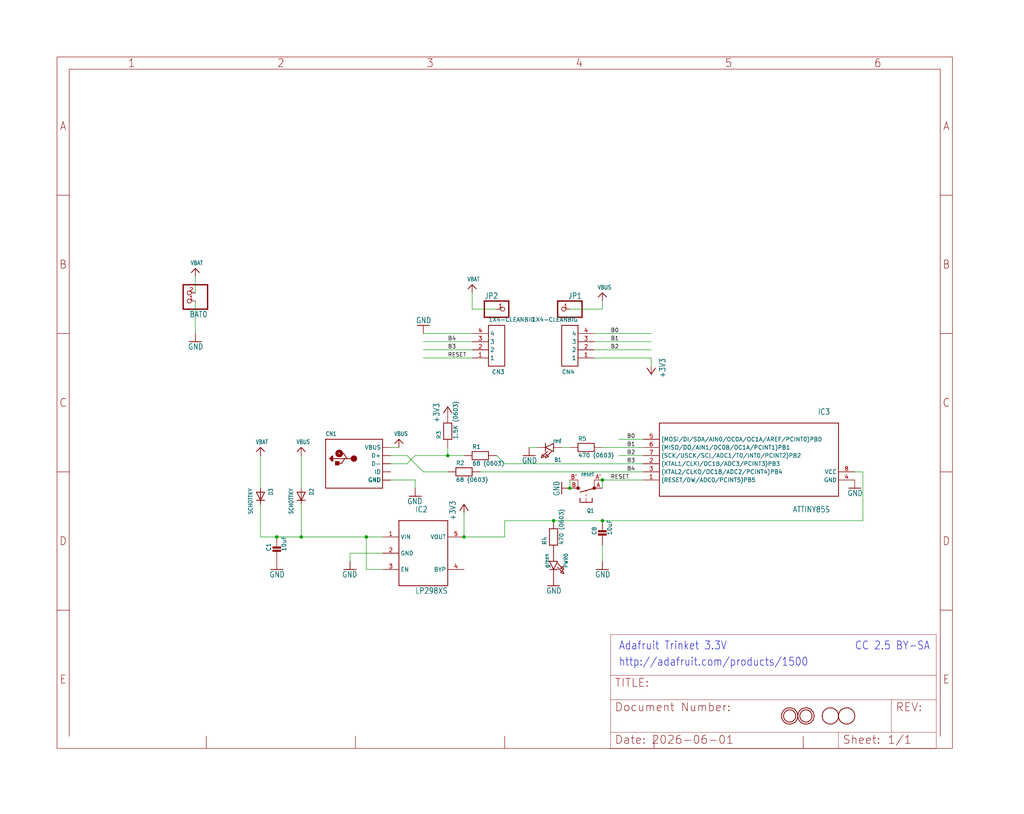
<source format=kicad_sch>
(kicad_sch (version 20230121) (generator eeschema)
  (paper "User" 319.507 254.127)
  (lib_symbols
    (symbol "working-eagle-import:+3V3" (power)
      (property "Value" "+3V3" (at -2.54 -5.08 90))
      (symbol "+3V3_1_0"
        (polyline (pts (xy 0 0) (xy -1.27 -1.905)) (stroke (width 0.254)))
        (polyline (pts (xy 1.27 -1.905) (xy 0 0)) (stroke (width 0.254)))
        (pin power_in line (at 0 -2.54 90) (length 2.54) (name "+3V3") (number "1"))
      )
    )
    (symbol "working-eagle-import:1X4-CLEANBIG"
      (property "Reference" "CN" (at 5.08 7.62 0))
      (symbol "1X4-CLEANBIG_1_0"
        (polyline (pts (xy 0 -7.62) (xy 0 5.08)) (stroke (width 0.254)))
        (polyline (pts (xy 0 5.08) (xy 5.08 5.08)) (stroke (width 0.254)))
        (polyline (pts (xy 5.08 -7.62) (xy 0 -7.62)) (stroke (width 0.254)))
        (polyline (pts (xy 5.08 5.08) (xy 5.08 -7.62)) (stroke (width 0.254)))
        (pin bidirectional line (at -5.08 2.54 0) (length 5.08) (name "1") (number "1"))
        (pin bidirectional line (at -5.08 0 0) (length 5.08) (name "2") (number "2"))
        (pin bidirectional line (at -5.08 -2.54 0) (length 5.08) (name "3") (number "3"))
        (pin bidirectional line (at -5.08 -5.08 0) (length 5.08) (name "4") (number "4"))
      )
    )
    (symbol "working-eagle-import:ATTINY85S"
      (property "Reference" "IC" (at -25.4 12.7 0))
      (symbol "ATTINY85S_1_0"
        (polyline (pts (xy -27.94 -12.7) (xy -27.94 10.16)) (stroke (width 0.254)))
        (polyline (pts (xy -27.94 10.16) (xy 27.94 10.16)) (stroke (width 0.254)))
        (polyline (pts (xy 27.94 -12.7) (xy -27.94 -12.7)) (stroke (width 0.254)))
        (polyline (pts (xy 27.94 10.16) (xy 27.94 -12.7)) (stroke (width 0.254)))
        (pin bidirectional line (at 33.02 -7.62 180) (length 5.08) (name "(RESET/DW/ADC0/PCINT5)PB5") (number "1"))
        (pin bidirectional line (at 33.02 -2.54 180) (length 5.08) (name "(XTAL1/CLKI/OC1B/ADC3/PCINT3)PB3") (number "2"))
        (pin bidirectional line (at 33.02 -5.08 180) (length 5.08) (name "(XTAL2/CLKO/OC1B/ADC2/PCINT4)PB4") (number "3"))
        (pin bidirectional line (at -33.02 -7.62 0) (length 5.08) (name "GND") (number "4"))
        (pin bidirectional line (at 33.02 5.08 180) (length 5.08) (name "(MOSI/DI/SDA/AIN0/OC0A/OC1A/AREF/PCINT0)PB0") (number "5"))
        (pin bidirectional line (at 33.02 2.54 180) (length 5.08) (name "(MISO/DO/AIN1/OC0B/OC1A/PCINT1)PB1") (number "6"))
        (pin bidirectional line (at 33.02 0 180) (length 5.08) (name "(SCK/USCK/SCL/ADC1/T0/INT0/PCINT2)PB2") (number "7"))
        (pin bidirectional line (at -33.02 -5.08 0) (length 5.08) (name "VCC") (number "8"))
      )
    )
    (symbol "working-eagle-import:CAP_CERAMIC0805-NOOUTLINE"
      (property "Reference" "C" (at -1.79 0.54 90))
      (symbol "CAP_CERAMIC0805-NOOUTLINE_1_0"
        (rectangle (start -1.27 0.508) (end 1.27 1.016) (fill (type outline)))
        (rectangle (start -1.27 1.524) (end 1.27 2.032) (fill (type outline)))
        (polyline (pts (xy 0 0.762) (xy 0 0)) (stroke (width 0.1524)))
        (polyline (pts (xy 0 2.54) (xy 0 1.778)) (stroke (width 0.1524)))
        (pin passive line (at 0 5.08 270) (length 2.54) (name "1") (number "1"))
        (pin passive line (at 0 -2.54 90) (length 2.54) (name "2") (number "2"))
      )
    )
    (symbol "working-eagle-import:CON_JST_PH_2PIN"
      (property "Reference" "X" (at -6.35 5.715 0))
      (symbol "CON_JST_PH_2PIN_1_0"
        (polyline (pts (xy -6.35 -2.54) (xy 1.27 -2.54)) (stroke (width 0.4064)))
        (polyline (pts (xy -6.35 5.08) (xy -6.35 -2.54)) (stroke (width 0.4064)))
        (polyline (pts (xy 1.27 -2.54) (xy 1.27 5.08)) (stroke (width 0.4064)))
        (polyline (pts (xy 1.27 5.08) (xy -6.35 5.08)) (stroke (width 0.4064)))
        (pin passive inverted (at -2.54 2.54 0) (length 2.54) (name "1") (number "1"))
        (pin passive inverted (at -2.54 0 0) (length 2.54) (name "2") (number "2"))
      )
    )
    (symbol "working-eagle-import:DIODE_SOD-123FL"
      (property "Reference" "D" (at -2.54 2.54 0))
      (symbol "DIODE_SOD-123FL_1_0"
        (polyline (pts (xy -1.27 -1.27) (xy 1.27 0)) (stroke (width 0.254)))
        (polyline (pts (xy -1.27 1.27) (xy -1.27 -1.27)) (stroke (width 0.254)))
        (polyline (pts (xy 1.27 0) (xy -1.27 1.27)) (stroke (width 0.254)))
        (polyline (pts (xy 1.27 0) (xy 1.27 -1.27)) (stroke (width 0.254)))
        (polyline (pts (xy 1.27 1.27) (xy 1.27 0)) (stroke (width 0.254)))
        (pin passive line (at -2.54 0 0) (length 2.54) (name "A") (number "A"))
        (pin passive line (at 2.54 0 180) (length 2.54) (name "C") (number "C"))
      )
    )
    (symbol "working-eagle-import:FIDUCIAL"
      (symbol "FIDUCIAL_1_0"
        (circle (center 0 0) (radius 2.54) (stroke (width 0.254)))
      )
    )
    (symbol "working-eagle-import:FRAME_A_L"
      (symbol "FRAME_A_L_1_0"
        (polyline (pts (xy 0 43.18) (xy 3.81 43.18)))
        (polyline (pts (xy 0 86.36) (xy 3.81 86.36)))
        (polyline (pts (xy 0 129.54) (xy 3.81 129.54)))
        (polyline (pts (xy 0 172.72) (xy 3.81 172.72)))
        (polyline (pts (xy 3.81 3.81) (xy 3.81 212.09)))
        (polyline (pts (xy 46.5667 0) (xy 46.5667 3.81)))
        (polyline (pts (xy 93.1333 0) (xy 93.1333 3.81)))
        (polyline (pts (xy 139.7 0) (xy 139.7 3.81)))
        (polyline (pts (xy 186.2667 0) (xy 186.2667 3.81)))
        (polyline (pts (xy 232.8333 0) (xy 232.8333 3.81)))
        (polyline (pts (xy 275.59 3.81) (xy 275.59 212.09)))
        (polyline (pts (xy 275.59 43.18) (xy 279.4 43.18)))
        (polyline (pts (xy 275.59 86.36) (xy 279.4 86.36)))
        (polyline (pts (xy 275.59 129.54) (xy 279.4 129.54)))
        (polyline (pts (xy 275.59 172.72) (xy 279.4 172.72)))
        (polyline (pts (xy 275.59 212.09) (xy 3.81 212.09)))
        (polyline (pts (xy 0 0) (xy 279.4 0) (xy 279.4 215.9) (xy 0 215.9) (xy 0 0)))
        (text "1" (at 23.2833 213.995 0) (effects (font (size 2.54 2.286))))
        (text "2" (at 69.85 213.995 0) (effects (font (size 2.54 2.286))))
        (text "3" (at 116.4167 213.995 0) (effects (font (size 2.54 2.286))))
        (text "4" (at 162.9833 213.995 0) (effects (font (size 2.54 2.286))))
        (text "5" (at 209.55 213.995 0) (effects (font (size 2.54 2.286))))
        (text "6" (at 256.1167 213.995 0) (effects (font (size 2.54 2.286))))
        (text "A" (at 1.905 194.31 0) (effects (font (size 2.54 2.286))))
        (text "A" (at 277.495 194.31 0) (effects (font (size 2.54 2.286))))
        (text "B" (at 1.905 151.13 0) (effects (font (size 2.54 2.286))))
        (text "B" (at 277.495 151.13 0) (effects (font (size 2.54 2.286))))
        (text "C" (at 1.905 107.95 0) (effects (font (size 2.54 2.286))))
        (text "C" (at 277.495 107.95 0) (effects (font (size 2.54 2.286))))
        (text "D" (at 1.905 64.77 0) (effects (font (size 2.54 2.286))))
        (text "D" (at 277.495 64.77 0) (effects (font (size 2.54 2.286))))
        (text "E" (at 1.905 21.59 0) (effects (font (size 2.54 2.286))))
        (text "E" (at 277.495 21.59 0) (effects (font (size 2.54 2.286))))
      )
      (symbol "FRAME_A_L_2_0"
        (polyline (pts (xy 0 0) (xy 0 5.08)) (stroke (width 0.1016)))
        (polyline (pts (xy 0 0) (xy 71.12 0)) (stroke (width 0.1016)))
        (polyline (pts (xy 0 5.08) (xy 0 15.24)) (stroke (width 0.1016)))
        (polyline (pts (xy 0 5.08) (xy 71.12 5.08)) (stroke (width 0.1016)))
        (polyline (pts (xy 0 15.24) (xy 0 22.86)) (stroke (width 0.1016)))
        (polyline (pts (xy 0 22.86) (xy 0 35.56)) (stroke (width 0.1016)))
        (polyline (pts (xy 0 22.86) (xy 101.6 22.86)) (stroke (width 0.1016)))
        (polyline (pts (xy 71.12 0) (xy 101.6 0)) (stroke (width 0.1016)))
        (polyline (pts (xy 71.12 5.08) (xy 71.12 0)) (stroke (width 0.1016)))
        (polyline (pts (xy 71.12 5.08) (xy 87.63 5.08)) (stroke (width 0.1016)))
        (polyline (pts (xy 87.63 5.08) (xy 101.6 5.08)) (stroke (width 0.1016)))
        (polyline (pts (xy 87.63 15.24) (xy 0 15.24)) (stroke (width 0.1016)))
        (polyline (pts (xy 87.63 15.24) (xy 87.63 5.08)) (stroke (width 0.1016)))
        (polyline (pts (xy 101.6 5.08) (xy 101.6 0)) (stroke (width 0.1016)))
        (polyline (pts (xy 101.6 15.24) (xy 87.63 15.24)) (stroke (width 0.1016)))
        (polyline (pts (xy 101.6 15.24) (xy 101.6 5.08)) (stroke (width 0.1016)))
        (polyline (pts (xy 101.6 22.86) (xy 101.6 15.24)) (stroke (width 0.1016)))
        (polyline (pts (xy 101.6 35.56) (xy 0 35.56)) (stroke (width 0.1016)))
        (polyline (pts (xy 101.6 35.56) (xy 101.6 22.86)) (stroke (width 0.1016)))
        (text "${#}/${##}" (at 86.36 1.27 0) (effects (font (size 2.54 2.54)) (justify left bottom)))
        (text "${CURRENT_DATE}" (at 12.7 1.27 0) (effects (font (size 2.54 2.54)) (justify left bottom)))
        (text "${PROJECTNAME}" (at 17.78 19.05 0) (effects (font (size 2.54 2.54)) (justify left bottom)))
        (text "Date:" (at 1.27 1.27 0) (effects (font (size 2.54 2.54)) (justify left bottom)))
        (text "Document Number:" (at 1.27 11.43 0) (effects (font (size 2.54 2.54)) (justify left bottom)))
        (text "REV:" (at 88.9 11.43 0) (effects (font (size 2.54 2.54)) (justify left bottom)))
        (text "Sheet:" (at 72.39 1.27 0) (effects (font (size 2.54 2.54)) (justify left bottom)))
        (text "TITLE:" (at 1.27 19.05 0) (effects (font (size 2.54 2.54)) (justify left bottom)))
      )
    )
    (symbol "working-eagle-import:GND" (power)
      (property "Value" "GND" (at -2.54 -2.54 0))
      (symbol "GND_1_0"
        (polyline (pts (xy -1.905 0) (xy 1.905 0)) (stroke (width 0.254)))
        (pin power_in line (at 0 2.54 270) (length 2.54) (name "GND") (number "1"))
      )
    )
    (symbol "working-eagle-import:LED0805_NOOUTLINE"
      (property "Reference" "LED" (at -5.08 3.175 0))
      (symbol "LED0805_NOOUTLINE_1_0"
        (polyline (pts (xy -2.54 -1.27) (xy 0 0)) (stroke (width 0.254)))
        (polyline (pts (xy -2.54 1.27) (xy -2.54 -1.27)) (stroke (width 0.254)))
        (polyline (pts (xy -1.905 1.27) (xy -0.635 2.54)) (stroke (width 0.254)))
        (polyline (pts (xy -0.9525 2.8575) (xy -0.3175 2.2225)) (stroke (width 0.254)))
        (polyline (pts (xy -0.635 1.27) (xy 0.635 2.54)) (stroke (width 0.254)))
        (polyline (pts (xy -0.3175 2.2225) (xy 0 3.175)) (stroke (width 0.254)))
        (polyline (pts (xy 0 0) (xy -2.54 1.27)) (stroke (width 0.254)))
        (polyline (pts (xy 0 0) (xy 0 -1.27)) (stroke (width 0.254)))
        (polyline (pts (xy 0 1.27) (xy 0 0)) (stroke (width 0.254)))
        (polyline (pts (xy 0 3.175) (xy -0.9525 2.8575)) (stroke (width 0.254)))
        (polyline (pts (xy 0.3175 2.8575) (xy 0.9525 2.2225)) (stroke (width 0.254)))
        (polyline (pts (xy 0.9525 2.2225) (xy 1.27 3.175)) (stroke (width 0.254)))
        (polyline (pts (xy 1.27 3.175) (xy 0.3175 2.8575)) (stroke (width 0.254)))
        (pin passive line (at -5.08 0 0) (length 2.54) (name "A") (number "A"))
        (pin passive line (at 2.54 0 180) (length 2.54) (name "C") (number "C"))
      )
    )
    (symbol "working-eagle-import:LP298XS"
      (property "Reference" "IC" (at -12.7 -5.08 90))
      (symbol "LP298XS_1_0"
        (polyline (pts (xy -10.16 -10.16) (xy 10.16 -10.16)) (stroke (width 0.254)))
        (polyline (pts (xy -10.16 5.08) (xy -10.16 -10.16)) (stroke (width 0.254)))
        (polyline (pts (xy 10.16 -10.16) (xy 10.16 5.08)) (stroke (width 0.254)))
        (polyline (pts (xy 10.16 5.08) (xy -10.16 5.08)) (stroke (width 0.254)))
        (pin bidirectional line (at -5.08 -15.24 90) (length 5.08) (name "VIN") (number "1"))
        (pin bidirectional line (at 0 -15.24 90) (length 5.08) (name "GND") (number "2"))
        (pin bidirectional line (at 5.08 -15.24 90) (length 5.08) (name "EN") (number "3"))
        (pin bidirectional line (at 5.08 10.16 270) (length 5.08) (name "BYP") (number "4"))
        (pin bidirectional line (at -5.08 10.16 270) (length 5.08) (name "VOUT") (number "5"))
      )
    )
    (symbol "working-eagle-import:MOUNTINGHOLE2.0"
      (symbol "MOUNTINGHOLE2.0_1_0"
        (circle (center 0 0) (radius 1.905) (stroke (width 0.254)))
        (circle (center 0 0) (radius 2.54) (stroke (width 0.254)))
      )
    )
    (symbol "working-eagle-import:PINHD-1X1CB"
      (property "Reference" "JP" (at -6.35 3.175 0))
      (symbol "PINHD-1X1CB_1_0"
        (polyline (pts (xy -6.35 -2.54) (xy 1.27 -2.54)) (stroke (width 0.4064)))
        (polyline (pts (xy -6.35 2.54) (xy -6.35 -2.54)) (stroke (width 0.4064)))
        (polyline (pts (xy 1.27 -2.54) (xy 1.27 2.54)) (stroke (width 0.4064)))
        (polyline (pts (xy 1.27 2.54) (xy -6.35 2.54)) (stroke (width 0.4064)))
        (pin passive inverted (at -2.54 0 0) (length 2.54) (name "1") (number "1"))
      )
    )
    (symbol "working-eagle-import:RESISTOR_0603_NOOUT"
      (property "Reference" "R" (at -2.54 2.032 0))
      (symbol "RESISTOR_0603_NOOUT_1_0"
        (polyline (pts (xy -2.54 -1.27) (xy -2.54 1.27)) (stroke (width 0.254)))
        (polyline (pts (xy -2.54 1.27) (xy 2.54 1.27)) (stroke (width 0.254)))
        (polyline (pts (xy 2.54 -1.27) (xy -2.54 -1.27)) (stroke (width 0.254)))
        (polyline (pts (xy 2.54 1.27) (xy 2.54 -1.27)) (stroke (width 0.254)))
        (pin passive line (at -5.08 0 0) (length 2.54) (name "1") (number "1"))
        (pin passive line (at 5.08 0 180) (length 2.54) (name "2") (number "2"))
      )
    )
    (symbol "working-eagle-import:SWITCH_TACT_SMT4.6X2.8"
      (property "Reference" "SW" (at -2.54 6.35 0))
      (symbol "SWITCH_TACT_SMT4.6X2.8_1_0"
        (circle (center -2.54 0) (radius 0.127) (stroke (width 0.4064)))
        (polyline (pts (xy -2.54 -2.54) (xy -2.54 0)) (stroke (width 0.1524)))
        (polyline (pts (xy -2.54 0) (xy 1.905 1.27)) (stroke (width 0.254)))
        (polyline (pts (xy -1.905 4.445) (xy -1.905 3.175)) (stroke (width 0.254)))
        (polyline (pts (xy 0 1.27) (xy 0 0.635)) (stroke (width 0.1524)))
        (polyline (pts (xy 0 2.54) (xy 0 1.905)) (stroke (width 0.1524)))
        (polyline (pts (xy 0 4.445) (xy -1.905 4.445)) (stroke (width 0.254)))
        (polyline (pts (xy 0 4.445) (xy 0 3.175)) (stroke (width 0.1524)))
        (polyline (pts (xy 1.905 0) (xy 2.54 0)) (stroke (width 0.254)))
        (polyline (pts (xy 1.905 4.445) (xy 0 4.445)) (stroke (width 0.254)))
        (polyline (pts (xy 1.905 4.445) (xy 1.905 3.175)) (stroke (width 0.254)))
        (polyline (pts (xy 2.54 -2.54) (xy 2.54 0)) (stroke (width 0.1524)))
        (circle (center 2.54 0) (radius 0.127) (stroke (width 0.4064)))
        (pin passive line (at -5.08 0 0) (length 2.54) (name "P") (number "A"))
        (pin passive line (at -5.08 -2.54 0) (length 2.54) (name "P1") (number "A'"))
        (pin passive line (at 5.08 0 180) (length 2.54) (name "S") (number "B"))
        (pin passive line (at 5.08 -2.54 180) (length 2.54) (name "S1") (number "B'"))
      )
    )
    (symbol "working-eagle-import:USBMINIB"
      (property "Reference" "X" (at -10.16 8.636 0))
      (symbol "USBMINIB_1_0"
        (rectangle (start -7.12 -0.45) (end -5.92 0.75) (fill (type outline)))
        (circle (center -5.92 3.2) (radius 0.2) (stroke (width 1)))
        (circle (center -1.32 1.6) (radius 0.5) (stroke (width 1)))
        (polyline (pts (xy -10.2 7.62) (xy -10.16 7.62)) (stroke (width 0.254)))
        (polyline (pts (xy -10.16 -7.62) (xy 7.62 -7.62)) (stroke (width 0.254)))
        (polyline (pts (xy -10.16 7.62) (xy -10.16 -7.62)) (stroke (width 0.254)))
        (polyline (pts (xy -10.16 7.62) (xy 7.62 7.62)) (stroke (width 0.254)))
        (polyline (pts (xy -8.92 1.6) (xy -8.12 2.4)) (stroke (width 0.254)))
        (polyline (pts (xy -8.52 1.4) (xy -8.32 1.2)) (stroke (width 0.254)))
        (polyline (pts (xy -8.52 1.6) (xy -8.52 1.4)) (stroke (width 0.254)))
        (polyline (pts (xy -8.32 1.2) (xy -8.32 2)) (stroke (width 0.254)))
        (polyline (pts (xy -8.32 2) (xy -8.72 1.6)) (stroke (width 0.254)))
        (polyline (pts (xy -8.12 0.8) (xy -8.92 1.6)) (stroke (width 0.254)))
        (polyline (pts (xy -8.12 1) (xy -8.12 2.4)) (stroke (width 0.254)))
        (polyline (pts (xy -8.12 2.4) (xy -7.92 2.4)) (stroke (width 0.254)))
        (polyline (pts (xy -7.92 0.8) (xy -8.12 0.8)) (stroke (width 0.254)))
        (polyline (pts (xy -7.92 1.6) (xy -7.92 0.8)) (stroke (width 0.254)))
        (polyline (pts (xy -7.92 2.4) (xy -7.92 1.6)) (stroke (width 0.254)))
        (polyline (pts (xy -6.27 0.15) (xy -5.07 0.15)) (stroke (width 0.254)))
        (polyline (pts (xy -5.52 3.2) (xy -4.52 3.2)) (stroke (width 0.254)))
        (polyline (pts (xy -5.07 0.15) (xy -4.22 1.6)) (stroke (width 0.254)))
        (polyline (pts (xy -4.52 3.2) (xy -3.47 1.6)) (stroke (width 0.254)))
        (polyline (pts (xy -4.22 1.6) (xy -7.92 1.6)) (stroke (width 0.254)))
        (polyline (pts (xy -3.47 1.6) (xy -4.22 1.6)) (stroke (width 0.254)))
        (polyline (pts (xy -1.32 1.6) (xy -3.47 1.6)) (stroke (width 0.254)))
        (polyline (pts (xy 7.62 7.62) (xy 7.62 -7.62)) (stroke (width 0.254)))
        (pin bidirectional line (at 10.16 2.54 180) (length 2.54) (name "D+") (number "D+"))
        (pin bidirectional line (at 10.16 0 180) (length 2.54) (name "D-") (number "D-"))
        (pin power_in line (at 10.16 -5.08 180) (length 2.54) (name "GND") (number "GND"))
        (pin power_in line (at 10.16 -5.08 180) (length 2.54) (name "GND") (number "GND1"))
        (pin power_in line (at 10.16 -5.08 180) (length 2.54) (name "GND") (number "GND2"))
        (pin power_in line (at 10.16 -5.08 180) (length 2.54) (name "GND") (number "GND3"))
        (pin power_in line (at 10.16 -5.08 180) (length 2.54) (name "GND") (number "GND4"))
        (pin bidirectional line (at 10.16 -2.54 180) (length 2.54) (name "ID") (number "ID"))
        (pin power_in line (at 10.16 5.08 180) (length 2.54) (name "VBUS") (number "VBUS"))
      )
    )
    (symbol "working-eagle-import:VBAT" (power)
      (property "Value" "VBAT" (at -1.524 1.016 0))
      (symbol "VBAT_1_0"
        (polyline (pts (xy -1.27 -1.27) (xy 0 0)) (stroke (width 0.254)))
        (polyline (pts (xy 0 0) (xy 1.27 -1.27)) (stroke (width 0.254)))
        (pin power_in line (at 0 -2.54 90) (length 2.54) (name "VBAT") (number "1"))
      )
    )
    (symbol "working-eagle-import:VBUS" (power)
      (property "Value" "VBUS" (at -1.524 1.016 0))
      (symbol "VBUS_1_0"
        (polyline (pts (xy -1.27 -1.27) (xy 0 0)) (stroke (width 0.254)))
        (polyline (pts (xy 0 0) (xy 1.27 -1.27)) (stroke (width 0.254)))
        (pin power_in line (at 0 -2.54 90) (length 2.54) (name "VBUS") (number "1"))
      )
    )
  )
  (junction (at 177.8 152.4))
  (junction (at 144.78 167.64))
  (junction (at 187.96 162.56))
  (junction (at 172.72 162.56))
  (junction (at 114.3 167.64))
  (junction (at 139.7 142.24))
  (junction (at 86.36 167.64))
  (junction (at 93.98 167.64))
  (junction (at 187.96 149.86))
  (wire (pts (xy 203.2 111.76) (xy 185.42 111.76)) (stroke (width 0.1524)))
  (wire (pts (xy 269.24 162.56) (xy 269.24 147.32)) (stroke (width 0.1524)))
  (wire (pts (xy 114.3 167.64) (xy 119.38 167.64)) (stroke (width 0.1524)))
  (wire (pts (xy 193.04 137.16) (xy 200.66 137.16)) (stroke (width 0.1524)))
  (wire (pts (xy 172.72 162.56) (xy 187.96 162.56)) (stroke (width 0.1524)))
  (wire (pts (xy 157.48 144.78) (xy 200.66 144.78)) (stroke (width 0.1524)))
  (wire (pts (xy 121.92 149.86) (xy 129.54 149.86)) (stroke (width 0.1524)))
  (wire (pts (xy 109.22 172.72) (xy 109.22 175.26)) (stroke (width 0.1524)))
  (wire (pts (xy 185.42 104.14) (xy 203.2 104.14)) (stroke (width 0.1524)))
  (wire (pts (xy 121.92 144.78) (xy 127 144.78)) (stroke (width 0.1524)))
  (wire (pts (xy 177.8 139.7) (xy 175.26 139.7)) (stroke (width 0.1524)))
  (wire (pts (xy 129.54 149.86) (xy 129.54 152.4)) (stroke (width 0.1524)))
  (wire (pts (xy 119.38 172.72) (xy 109.22 172.72)) (stroke (width 0.1524)))
  (wire (pts (xy 114.3 177.8) (xy 114.3 167.64)) (stroke (width 0.1524)))
  (wire (pts (xy 127 142.24) (xy 132.08 147.32)) (stroke (width 0.1524)))
  (wire (pts (xy 269.24 147.32) (xy 266.7 147.32)) (stroke (width 0.1524)))
  (wire (pts (xy 147.32 104.14) (xy 132.08 104.14)) (stroke (width 0.1524)))
  (wire (pts (xy 93.98 152.4) (xy 93.98 142.24)) (stroke (width 0.1524)))
  (wire (pts (xy 144.78 160.02) (xy 144.78 167.64)) (stroke (width 0.1524)))
  (wire (pts (xy 139.7 139.7) (xy 139.7 142.24)) (stroke (width 0.1524)))
  (wire (pts (xy 149.86 147.32) (xy 200.66 147.32)) (stroke (width 0.1524)))
  (wire (pts (xy 157.48 162.56) (xy 172.72 162.56)) (stroke (width 0.1524)))
  (wire (pts (xy 157.48 167.64) (xy 157.48 162.56)) (stroke (width 0.1524)))
  (wire (pts (xy 139.7 142.24) (xy 144.78 142.24)) (stroke (width 0.1524)))
  (wire (pts (xy 154.94 96.52) (xy 147.32 96.52)) (stroke (width 0.1524)))
  (wire (pts (xy 200.66 139.7) (xy 187.96 139.7)) (stroke (width 0.1524)))
  (wire (pts (xy 81.28 167.64) (xy 81.28 157.48)) (stroke (width 0.1524)))
  (wire (pts (xy 60.96 104.14) (xy 60.96 93.98)) (stroke (width 0.1524)))
  (wire (pts (xy 144.78 167.64) (xy 157.48 167.64)) (stroke (width 0.1524)))
  (wire (pts (xy 187.96 149.86) (xy 187.96 152.4)) (stroke (width 0.1524)))
  (wire (pts (xy 177.8 149.86) (xy 177.8 152.4)) (stroke (width 0.1524)))
  (wire (pts (xy 60.96 91.44) (xy 60.96 86.36)) (stroke (width 0.1524)))
  (wire (pts (xy 187.96 162.56) (xy 269.24 162.56)) (stroke (width 0.1524)))
  (wire (pts (xy 132.08 147.32) (xy 139.7 147.32)) (stroke (width 0.1524)))
  (wire (pts (xy 187.96 93.98) (xy 187.96 96.52)) (stroke (width 0.1524)))
  (wire (pts (xy 165.1 139.7) (xy 167.64 139.7)) (stroke (width 0.1524)))
  (wire (pts (xy 119.38 177.8) (xy 114.3 177.8)) (stroke (width 0.1524)))
  (wire (pts (xy 127 144.78) (xy 129.54 142.24)) (stroke (width 0.1524)))
  (wire (pts (xy 147.32 109.22) (xy 132.08 109.22)) (stroke (width 0.1524)))
  (wire (pts (xy 187.96 175.26) (xy 187.96 170.18)) (stroke (width 0.1524)))
  (wire (pts (xy 93.98 167.64) (xy 114.3 167.64)) (stroke (width 0.1524)))
  (wire (pts (xy 193.04 142.24) (xy 200.66 142.24)) (stroke (width 0.1524)))
  (wire (pts (xy 86.36 167.64) (xy 81.28 167.64)) (stroke (width 0.1524)))
  (wire (pts (xy 93.98 167.64) (xy 86.36 167.64)) (stroke (width 0.1524)))
  (wire (pts (xy 147.32 111.76) (xy 132.08 111.76)) (stroke (width 0.1524)))
  (wire (pts (xy 147.32 96.52) (xy 147.32 91.44)) (stroke (width 0.1524)))
  (wire (pts (xy 81.28 142.24) (xy 81.28 152.4)) (stroke (width 0.1524)))
  (wire (pts (xy 203.2 106.68) (xy 185.42 106.68)) (stroke (width 0.1524)))
  (wire (pts (xy 203.2 109.22) (xy 185.42 109.22)) (stroke (width 0.1524)))
  (wire (pts (xy 187.96 96.52) (xy 177.8 96.52)) (stroke (width 0.1524)))
  (wire (pts (xy 129.54 142.24) (xy 139.7 142.24)) (stroke (width 0.1524)))
  (wire (pts (xy 187.96 149.86) (xy 200.66 149.86)) (stroke (width 0.1524)))
  (wire (pts (xy 93.98 157.48) (xy 93.98 167.64)) (stroke (width 0.1524)))
  (wire (pts (xy 203.2 114.3) (xy 203.2 111.76)) (stroke (width 0.1524)))
  (wire (pts (xy 147.32 106.68) (xy 132.08 106.68)) (stroke (width 0.1524)))
  (wire (pts (xy 124.46 139.7) (xy 121.92 139.7)) (stroke (width 0.1524)))
  (wire (pts (xy 154.94 142.24) (xy 157.48 144.78)) (stroke (width 0.1524)))
  (wire (pts (xy 121.92 142.24) (xy 127 142.24)) (stroke (width 0.1524)))
  (text "http://adafruit.com/products/1500" (at 193.04 208.28 0) (effects (font (size 2.54 2.159)) (justify left bottom)))
  (text "CC 2.5 BY-SA" (at 266.7 203.2 0) (effects (font (size 2.54 2.159)) (justify left bottom)))
  (text "Adafruit Trinket 3.3V" (at 193.04 203.2 0) (effects (font (size 2.54 2.159)) (justify left bottom)))
  (label "B1" (at 190.5 106.68 0) (effects (font (size 1.2446 1.2446))))
  (label "B2" (at 190.5 109.22 0) (effects (font (size 1.2446 1.2446))))
  (label "B2" (at 195.58 142.24 0) (effects (font (size 1.2446 1.2446))))
  (label "B3" (at 139.7 109.22 0) (effects (font (size 1.2446 1.2446))))
  (label "B0" (at 190.5 104.14 0) (effects (font (size 1.2446 1.2446))))
  (label "B1" (at 195.58 139.7 0) (effects (font (size 1.2446 1.2446))))
  (label "B3" (at 195.58 144.78 0) (effects (font (size 1.2446 1.2446))))
  (label "B4" (at 195.58 147.32 0) (effects (font (size 1.2446 1.2446))))
  (label "RESET" (at 190.5 149.86 0) (effects (font (size 1.2446 1.2446))))
  (label "B0" (at 195.58 137.16 0) (effects (font (size 1.2446 1.2446))))
  (label "B4" (at 139.7 106.68 0) (effects (font (size 1.2446 1.2446))))
  (label "RESET" (at 139.7 111.76 0) (effects (font (size 1.2446 1.2446))))
  (symbol (lib_id "working-eagle-import:RESISTOR_0603_NOOUT") (at 172.72 167.64 90) (unit 1)
    (property "Reference" "R4" (at 170.688 170.18 0) (effects (justify left bottom)))
    (property "Value" "470 (0603)" (at 175.895 170.18 0) (effects (justify left bottom)))
    (property "Footprint" "working:0603-NO" (effects hide))
  )
  (symbol (lib_id "working-eagle-import:LED0805_NOOUTLINE") (at 172.72 177.8 270) (unit 1)
    (property "Reference" "PWR0" (at 175.895 172.72 0) (effects (font (size 1.27 1.0795)) (justify left bottom)))
    (property "Value" "green" (at 169.926 172.72 0) (effects (font (size 1.27 1.0795)) (justify left bottom)))
    (property "Footprint" "working:CHIPLED_0805_NOOUTLINE" (effects hide))
  )
  (symbol (lib_id "working-eagle-import:1X4-CLEANBIG") (at 180.34 109.22 180) (unit 1)
    (property "Reference" "CN4" (at 175.26 116.84 0) (effects (justify right top)))
    (property "Value" "1X4-CLEANBIG" (at 180.34 99.06 0) (effects (justify left bottom)))
    (property "Footprint" "working:1X04-CLEANBIG" (effects hide))
  )
  (symbol (lib_id "working-eagle-import:CON_JST_PH_2PIN") (at 58.42 91.44 180) (unit 1)
    (property "Reference" "BAT0" (at 64.77 97.155 0) (effects (font (size 1.778 1.5113)) (justify left bottom)))
    (property "Value" "CON_JST_PH_2PIN" (effects hide))
    (property "Footprint" "working:JSTPH2" (effects hide))
  )
  (symbol (lib_id "working-eagle-import:1X4-CLEANBIG") (at 152.4 109.22 0) (mirror x) (unit 1)
    (property "Reference" "CN3" (at 157.48 116.84 0) (effects (justify right top)))
    (property "Value" "1X4-CLEANBIG" (at 152.4 99.06 0) (effects (justify left bottom)))
    (property "Footprint" "working:1X04-CLEANBIG" (effects hide))
  )
  (symbol (lib_id "working-eagle-import:LP298XS") (at 134.62 172.72 270) (unit 1)
    (property "Reference" "IC2" (at 129.54 160.02 90) (effects (font (size 1.778 1.5113)) (justify left bottom)))
    (property "Value" "LP298XS" (at 129.54 185.42 90) (effects (font (size 1.778 1.5113)) (justify left bottom)))
    (property "Footprint" "working:SOT23-5L" (effects hide))
  )
  (symbol (lib_id "working-eagle-import:GND") (at 86.36 177.8 0) (mirror y) (unit 1)
    (property "Reference" "#GND3" (effects hide))
    (property "Value" "GND" (at 88.9 180.34 0) (effects (font (size 1.778 1.5113)) (justify left bottom)))
  )
  (symbol (lib_id "working-eagle-import:RESISTOR_0603_NOOUT") (at 149.86 142.24 0) (unit 1)
    (property "Reference" "R1" (at 147.32 140.208 0) (effects (justify left bottom)))
    (property "Value" "68 (0603)" (at 147.32 145.415 0) (effects (justify left bottom)))
    (property "Footprint" "working:0603-NO" (effects hide))
  )
  (symbol (lib_id "working-eagle-import:SWITCH_TACT_SMT4.6X2.8") (at 182.88 152.4 180) (unit 1)
    (property "Reference" "Q1" (at 185.42 158.75 0) (effects (font (size 1.27 1.0795)) (justify left bottom)))
    (property "Value" "reset" (at 185.42 147.32 0) (effects (font (size 1.27 1.0795)) (justify left bottom)))
    (property "Footprint" "working:BTN_KMR2_4.6X2.8" (effects hide))
  )
  (symbol (lib_id "working-eagle-import:VBUS") (at 124.46 137.16 0) (unit 1)
    (property "Reference" "#U$2" (effects hide))
    (property "Value" "VBUS" (at 122.936 136.144 0) (effects (font (size 1.27 1.0795)) (justify left bottom)))
  )
  (symbol (lib_id "working-eagle-import:USBMINIB") (at 111.76 144.78 0) (unit 1)
    (property "Reference" "CN1" (at 101.6 136.144 0) (effects (font (size 1.27 1.0795)) (justify left bottom)))
    (property "Value" "USBMINIB" (effects hide))
    (property "Footprint" "working:USB-MINIB" (effects hide))
  )
  (symbol (lib_id "working-eagle-import:GND") (at 129.54 154.94 0) (unit 1)
    (property "Reference" "#GND1" (effects hide))
    (property "Value" "GND" (at 127 157.48 0) (effects (font (size 1.778 1.5113)) (justify left bottom)))
  )
  (symbol (lib_id "working-eagle-import:VBAT") (at 147.32 88.9 0) (unit 1)
    (property "Reference" "#U$10" (effects hide))
    (property "Value" "VBAT" (at 145.796 87.884 0) (effects (font (size 1.27 1.0795)) (justify left bottom)))
  )
  (symbol (lib_id "working-eagle-import:GND") (at 60.96 106.68 0) (mirror y) (unit 1)
    (property "Reference" "#GND16" (effects hide))
    (property "Value" "GND" (at 63.5 109.22 0) (effects (font (size 1.778 1.5113)) (justify left bottom)))
  )
  (symbol (lib_id "working-eagle-import:FIDUCIAL") (at 259.08 223.52 0) (unit 1)
    (property "Reference" "U$6" (effects hide))
    (property "Value" "FIDUCIAL" (effects hide))
    (property "Footprint" "working:FIDUCIAL_1MM" (effects hide))
  )
  (symbol (lib_id "working-eagle-import:GND") (at 172.72 182.88 0) (mirror y) (unit 1)
    (property "Reference" "#GND6" (effects hide))
    (property "Value" "GND" (at 175.26 185.42 0) (effects (font (size 1.778 1.5113)) (justify left bottom)))
  )
  (symbol (lib_id "working-eagle-import:LED0805_NOOUTLINE") (at 170.18 139.7 180) (unit 1)
    (property "Reference" "B1" (at 175.26 142.875 0) (effects (font (size 1.27 1.0795)) (justify left bottom)))
    (property "Value" "red" (at 175.26 136.906 0) (effects (font (size 1.27 1.0795)) (justify left bottom)))
    (property "Footprint" "working:CHIPLED_0805_NOOUTLINE" (effects hide))
  )
  (symbol (lib_id "working-eagle-import:VBUS") (at 187.96 91.44 0) (unit 1)
    (property "Reference" "#U$11" (effects hide))
    (property "Value" "VBUS" (at 186.436 90.424 0) (effects (font (size 1.27 1.0795)) (justify left bottom)))
  )
  (symbol (lib_id "working-eagle-import:MOUNTINGHOLE2.0") (at 246.38 223.52 0) (unit 1)
    (property "Reference" "U$9" (effects hide))
    (property "Value" "MOUNTINGHOLE2.0" (effects hide))
    (property "Footprint" "working:MOUNTINGHOLE_2.0_PLATED" (effects hide))
  )
  (symbol (lib_id "working-eagle-import:PINHD-1X1CB") (at 175.26 96.52 0) (mirror y) (unit 1)
    (property "Reference" "JP1" (at 181.61 93.345 0) (effects (font (size 1.778 1.5113)) (justify left bottom)))
    (property "Value" "PINHD-1X1CB" (effects hide))
    (property "Footprint" "working:1X01-CLEANBIG" (effects hide))
  )
  (symbol (lib_id "working-eagle-import:DIODE_SOD-123FL") (at 93.98 154.94 270) (unit 1)
    (property "Reference" "D2" (at 96.52 152.4 0) (effects (font (size 1.27 1.0795)) (justify left bottom)))
    (property "Value" "SCHOTTKY" (at 90.17 152.4 0) (effects (font (size 1.27 1.0795)) (justify left bottom)))
    (property "Footprint" "working:SOD-123FL" (effects hide))
  )
  (symbol (lib_id "working-eagle-import:MOUNTINGHOLE2.0") (at 251.46 223.52 0) (unit 1)
    (property "Reference" "U$8" (effects hide))
    (property "Value" "MOUNTINGHOLE2.0" (effects hide))
    (property "Footprint" "working:MOUNTINGHOLE_2.0_PLATED" (effects hide))
  )
  (symbol (lib_id "working-eagle-import:+3V3") (at 139.7 127 0) (unit 1)
    (property "Reference" "#+3V1" (effects hide))
    (property "Value" "+3V3" (at 137.16 132.08 90) (effects (font (size 1.778 1.5113)) (justify left bottom)))
  )
  (symbol (lib_id "working-eagle-import:GND") (at 175.26 152.4 270) (mirror x) (unit 1)
    (property "Reference" "#GND5" (effects hide))
    (property "Value" "GND" (at 172.72 154.94 0) (effects (font (size 1.778 1.5113)) (justify left bottom)))
  )
  (symbol (lib_id "working-eagle-import:FIDUCIAL") (at 264.16 223.52 0) (unit 1)
    (property "Reference" "U$1" (effects hide))
    (property "Value" "FIDUCIAL" (effects hide))
    (property "Footprint" "working:FIDUCIAL_1MM" (effects hide))
  )
  (symbol (lib_id "working-eagle-import:CAP_CERAMIC0805-NOOUTLINE") (at 187.96 167.64 0) (unit 1)
    (property "Reference" "C8" (at 186.17 167.1 90) (effects (justify left bottom)))
    (property "Value" "10uF" (at 190.96 167.1 90) (effects (justify left bottom)))
    (property "Footprint" "working:0805-NO" (effects hide))
  )
  (symbol (lib_id "working-eagle-import:CAP_CERAMIC0805-NOOUTLINE") (at 86.36 172.72 0) (unit 1)
    (property "Reference" "C1" (at 84.57 172.18 90) (effects (justify left bottom)))
    (property "Value" "10uF" (at 89.36 172.18 90) (effects (justify left bottom)))
    (property "Footprint" "working:0805-NO" (effects hide))
  )
  (symbol (lib_id "working-eagle-import:ATTINY85S") (at 233.68 142.24 0) (mirror y) (unit 1)
    (property "Reference" "IC3" (at 259.08 129.54 0) (effects (font (size 1.778 1.5113)) (justify left bottom)))
    (property "Value" "ATTINY85S" (at 259.08 160.02 0) (effects (font (size 1.778 1.5113)) (justify left bottom)))
    (property "Footprint" "working:SOIC8" (effects hide))
  )
  (symbol (lib_id "working-eagle-import:GND") (at 187.96 177.8 0) (mirror y) (unit 1)
    (property "Reference" "#GND12" (effects hide))
    (property "Value" "GND" (at 190.5 180.34 0) (effects (font (size 1.778 1.5113)) (justify left bottom)))
  )
  (symbol (lib_id "working-eagle-import:RESISTOR_0603_NOOUT") (at 182.88 139.7 0) (unit 1)
    (property "Reference" "R5" (at 180.34 137.668 0) (effects (justify left bottom)))
    (property "Value" "470 (0603)" (at 180.34 142.875 0) (effects (justify left bottom)))
    (property "Footprint" "working:0603-NO" (effects hide))
  )
  (symbol (lib_id "working-eagle-import:GND") (at 132.08 101.6 180) (unit 1)
    (property "Reference" "#GND2" (effects hide))
    (property "Value" "GND" (at 134.62 99.06 0) (effects (font (size 1.778 1.5113)) (justify left bottom)))
  )
  (symbol (lib_id "working-eagle-import:RESISTOR_0603_NOOUT") (at 144.78 147.32 0) (unit 1)
    (property "Reference" "R2" (at 142.24 145.288 0) (effects (justify left bottom)))
    (property "Value" "68 (0603)" (at 142.24 150.495 0) (effects (justify left bottom)))
    (property "Footprint" "working:0603-NO" (effects hide))
  )
  (symbol (lib_id "working-eagle-import:+3V3") (at 144.78 157.48 0) (unit 1)
    (property "Reference" "#+3V3" (effects hide))
    (property "Value" "+3V3" (at 142.24 162.56 90) (effects (font (size 1.778 1.5113)) (justify left bottom)))
  )
  (symbol (lib_id "working-eagle-import:PINHD-1X1CB") (at 157.48 96.52 0) (unit 1)
    (property "Reference" "JP2" (at 151.13 93.345 0) (effects (font (size 1.778 1.5113)) (justify left bottom)))
    (property "Value" "PINHD-1X1CB" (effects hide))
    (property "Footprint" "working:1X01-CLEANBIG" (effects hide))
  )
  (symbol (lib_id "working-eagle-import:FRAME_A_L") (at 17.78 233.68 0) (unit 1)
    (property "Reference" "#FRAME1" (effects hide))
    (property "Value" "FRAME_A_L" (effects hide))
  )
  (symbol (lib_id "working-eagle-import:GND") (at 266.7 152.4 0) (mirror y) (unit 1)
    (property "Reference" "#GND22" (effects hide))
    (property "Value" "GND" (at 269.24 154.94 0) (effects (font (size 1.778 1.5113)) (justify left bottom)))
  )
  (symbol (lib_id "working-eagle-import:VBUS") (at 93.98 139.7 0) (unit 1)
    (property "Reference" "#U$3" (effects hide))
    (property "Value" "VBUS" (at 92.456 138.684 0) (effects (font (size 1.27 1.0795)) (justify left bottom)))
  )
  (symbol (lib_id "working-eagle-import:GND") (at 165.1 142.24 0) (mirror y) (unit 1)
    (property "Reference" "#GND4" (effects hide))
    (property "Value" "GND" (at 167.64 144.78 0) (effects (font (size 1.778 1.5113)) (justify left bottom)))
  )
  (symbol (lib_id "working-eagle-import:VBAT") (at 81.28 139.7 0) (unit 1)
    (property "Reference" "#U$4" (effects hide))
    (property "Value" "VBAT" (at 79.756 138.684 0) (effects (font (size 1.27 1.0795)) (justify left bottom)))
  )
  (symbol (lib_id "working-eagle-import:GND") (at 109.22 177.8 0) (unit 1)
    (property "Reference" "#GND11" (effects hide))
    (property "Value" "GND" (at 106.68 180.34 0) (effects (font (size 1.778 1.5113)) (justify left bottom)))
  )
  (symbol (lib_id "working-eagle-import:VBAT") (at 60.96 83.82 0) (unit 1)
    (property "Reference" "#U$7" (effects hide))
    (property "Value" "VBAT" (at 59.436 82.804 0) (effects (font (size 1.27 1.0795)) (justify left bottom)))
  )
  (symbol (lib_id "working-eagle-import:+3V3") (at 203.2 116.84 180) (unit 1)
    (property "Reference" "#+3V2" (effects hide))
    (property "Value" "+3V3" (at 205.74 111.76 90) (effects (font (size 1.778 1.5113)) (justify left bottom)))
  )
  (symbol (lib_id "working-eagle-import:RESISTOR_0603_NOOUT") (at 139.7 134.62 90) (unit 1)
    (property "Reference" "R3" (at 137.668 137.16 0) (effects (justify left bottom)))
    (property "Value" "1.5K (0603)" (at 142.875 137.16 0) (effects (justify left bottom)))
    (property "Footprint" "working:0603-NO" (effects hide))
  )
  (symbol (lib_id "working-eagle-import:DIODE_SOD-123FL") (at 81.28 154.94 270) (unit 1)
    (property "Reference" "D3" (at 83.82 152.4 0) (effects (font (size 1.27 1.0795)) (justify left bottom)))
    (property "Value" "SCHOTTKY" (at 77.47 152.4 0) (effects (font (size 1.27 1.0795)) (justify left bottom)))
    (property "Footprint" "working:SOD-123FL" (effects hide))
  )
  (symbol (lib_id "working-eagle-import:FRAME_A_L") (at 190.5 233.68 0) (unit 2)
    (property "Reference" "#FRAME1" (effects hide))
    (property "Value" "FRAME_A_L" (effects hide))
  )
)
</source>
